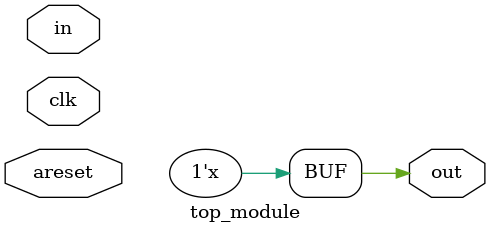
<source format=v>
/*
See also: State transition logic for this FSM
The following is the state transition table for a Moore state machine with one input, one output, and four states. 
Implement this state machine. Include an asynchronous reset that resets the FSM to state A.

State	Next state	Output
in=0	in=1
A	A	B	0
B	C	B	0
C	A	D	0
D	C	B	1
*/



module top_module(
    input clk,
    input in,
    input areset,
    output out);

    parameter A = 2'b00, B = 2'b01, C = 2'b10, D = 2'b11;

    reg[2:0] state, next_state;

    always @(*) begin
        if ((state == A && !in) || (state == C && !in)) begin
            next_state = A;
        end
        else if ((state == A && in) || (state == B && in) || (state == D && in)) begin
            next_state = B;
        end
        else if ((state == B && !in) || (state == D && !in)) begin
            next_state = C;
        end
        else begin
            next_state = D;
        end
    end

    always @(posedge clk, posedge areset) begin
        if (areset) begin
            state <= A;
        end
        else begin
            state <= next_state;
        end
    end


    assign out = (state[D]);
    

endmodule



</source>
